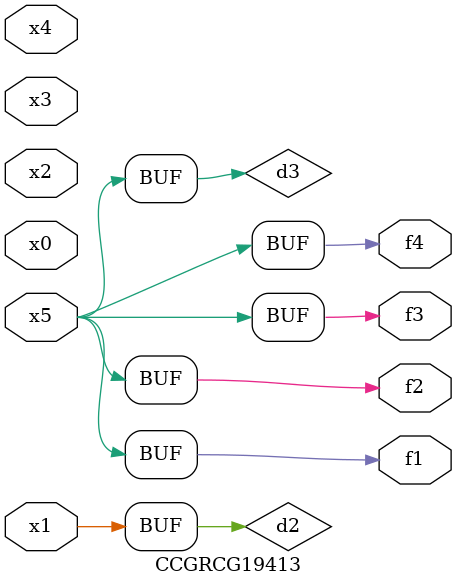
<source format=v>
module CCGRCG19413(
	input x0, x1, x2, x3, x4, x5,
	output f1, f2, f3, f4
);

	wire d1, d2, d3;

	not (d1, x5);
	or (d2, x1);
	xnor (d3, d1);
	assign f1 = d3;
	assign f2 = d3;
	assign f3 = d3;
	assign f4 = d3;
endmodule

</source>
